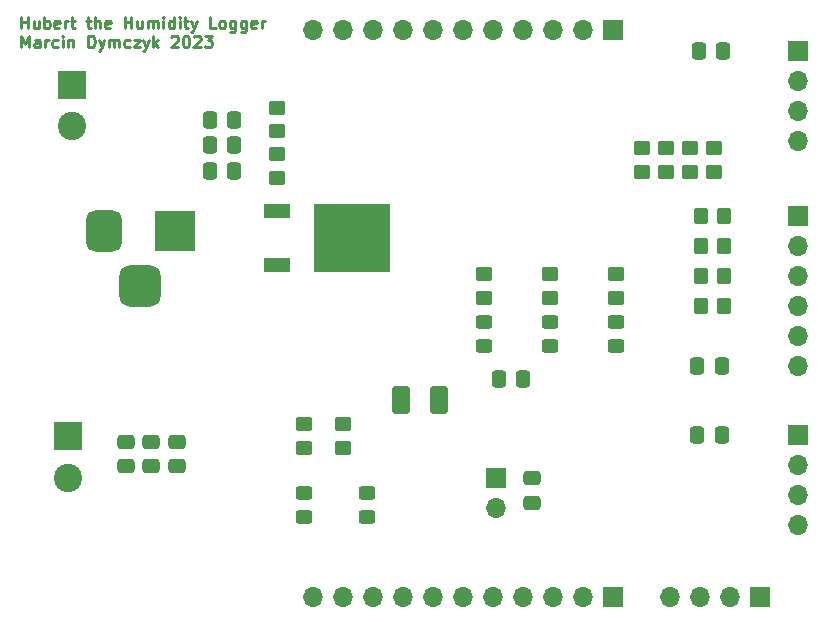
<source format=gts>
%TF.GenerationSoftware,KiCad,Pcbnew,(6.0.9-0)*%
%TF.CreationDate,2023-01-06T11:38:35+01:00*%
%TF.ProjectId,HumidityLoggerBreakout,48756d69-6469-4747-994c-6f6767657242,rev?*%
%TF.SameCoordinates,Original*%
%TF.FileFunction,Soldermask,Top*%
%TF.FilePolarity,Negative*%
%FSLAX46Y46*%
G04 Gerber Fmt 4.6, Leading zero omitted, Abs format (unit mm)*
G04 Created by KiCad (PCBNEW (6.0.9-0)) date 2023-01-06 11:38:35*
%MOMM*%
%LPD*%
G01*
G04 APERTURE LIST*
G04 Aperture macros list*
%AMRoundRect*
0 Rectangle with rounded corners*
0 $1 Rounding radius*
0 $2 $3 $4 $5 $6 $7 $8 $9 X,Y pos of 4 corners*
0 Add a 4 corners polygon primitive as box body*
4,1,4,$2,$3,$4,$5,$6,$7,$8,$9,$2,$3,0*
0 Add four circle primitives for the rounded corners*
1,1,$1+$1,$2,$3*
1,1,$1+$1,$4,$5*
1,1,$1+$1,$6,$7*
1,1,$1+$1,$8,$9*
0 Add four rect primitives between the rounded corners*
20,1,$1+$1,$2,$3,$4,$5,0*
20,1,$1+$1,$4,$5,$6,$7,0*
20,1,$1+$1,$6,$7,$8,$9,0*
20,1,$1+$1,$8,$9,$2,$3,0*%
G04 Aperture macros list end*
%ADD10C,0.250000*%
%ADD11RoundRect,0.250000X0.450000X-0.350000X0.450000X0.350000X-0.450000X0.350000X-0.450000X-0.350000X0*%
%ADD12R,2.400000X2.400000*%
%ADD13C,2.400000*%
%ADD14RoundRect,0.250000X0.337500X0.475000X-0.337500X0.475000X-0.337500X-0.475000X0.337500X-0.475000X0*%
%ADD15RoundRect,0.250000X0.450000X-0.325000X0.450000X0.325000X-0.450000X0.325000X-0.450000X-0.325000X0*%
%ADD16R,1.700000X1.700000*%
%ADD17O,1.700000X1.700000*%
%ADD18R,2.200000X1.200000*%
%ADD19R,6.400000X5.800000*%
%ADD20RoundRect,0.250000X-0.350000X-0.450000X0.350000X-0.450000X0.350000X0.450000X-0.350000X0.450000X0*%
%ADD21RoundRect,0.250001X0.499999X0.924999X-0.499999X0.924999X-0.499999X-0.924999X0.499999X-0.924999X0*%
%ADD22RoundRect,0.250000X-0.337500X-0.475000X0.337500X-0.475000X0.337500X0.475000X-0.337500X0.475000X0*%
%ADD23RoundRect,0.250000X-0.450000X0.350000X-0.450000X-0.350000X0.450000X-0.350000X0.450000X0.350000X0*%
%ADD24RoundRect,0.250000X-0.475000X0.337500X-0.475000X-0.337500X0.475000X-0.337500X0.475000X0.337500X0*%
%ADD25R,3.500000X3.500000*%
%ADD26RoundRect,0.750000X-0.750000X-1.000000X0.750000X-1.000000X0.750000X1.000000X-0.750000X1.000000X0*%
%ADD27RoundRect,0.875000X-0.875000X-0.875000X0.875000X-0.875000X0.875000X0.875000X-0.875000X0.875000X0*%
%ADD28RoundRect,0.250000X-0.450000X0.325000X-0.450000X-0.325000X0.450000X-0.325000X0.450000X0.325000X0*%
G04 APERTURE END LIST*
D10*
X91078595Y-51844380D02*
X91078595Y-50844380D01*
X91078595Y-51320571D02*
X91650023Y-51320571D01*
X91650023Y-51844380D02*
X91650023Y-50844380D01*
X92554785Y-51177714D02*
X92554785Y-51844380D01*
X92126214Y-51177714D02*
X92126214Y-51701523D01*
X92173833Y-51796761D01*
X92269071Y-51844380D01*
X92411928Y-51844380D01*
X92507166Y-51796761D01*
X92554785Y-51749142D01*
X93030976Y-51844380D02*
X93030976Y-50844380D01*
X93030976Y-51225333D02*
X93126214Y-51177714D01*
X93316690Y-51177714D01*
X93411928Y-51225333D01*
X93459547Y-51272952D01*
X93507166Y-51368190D01*
X93507166Y-51653904D01*
X93459547Y-51749142D01*
X93411928Y-51796761D01*
X93316690Y-51844380D01*
X93126214Y-51844380D01*
X93030976Y-51796761D01*
X94316690Y-51796761D02*
X94221452Y-51844380D01*
X94030976Y-51844380D01*
X93935738Y-51796761D01*
X93888119Y-51701523D01*
X93888119Y-51320571D01*
X93935738Y-51225333D01*
X94030976Y-51177714D01*
X94221452Y-51177714D01*
X94316690Y-51225333D01*
X94364309Y-51320571D01*
X94364309Y-51415809D01*
X93888119Y-51511047D01*
X94792880Y-51844380D02*
X94792880Y-51177714D01*
X94792880Y-51368190D02*
X94840500Y-51272952D01*
X94888119Y-51225333D01*
X94983357Y-51177714D01*
X95078595Y-51177714D01*
X95269071Y-51177714D02*
X95650023Y-51177714D01*
X95411928Y-50844380D02*
X95411928Y-51701523D01*
X95459547Y-51796761D01*
X95554785Y-51844380D01*
X95650023Y-51844380D01*
X96602404Y-51177714D02*
X96983357Y-51177714D01*
X96745261Y-50844380D02*
X96745261Y-51701523D01*
X96792880Y-51796761D01*
X96888119Y-51844380D01*
X96983357Y-51844380D01*
X97316690Y-51844380D02*
X97316690Y-50844380D01*
X97745261Y-51844380D02*
X97745261Y-51320571D01*
X97697642Y-51225333D01*
X97602404Y-51177714D01*
X97459547Y-51177714D01*
X97364309Y-51225333D01*
X97316690Y-51272952D01*
X98602404Y-51796761D02*
X98507166Y-51844380D01*
X98316690Y-51844380D01*
X98221452Y-51796761D01*
X98173833Y-51701523D01*
X98173833Y-51320571D01*
X98221452Y-51225333D01*
X98316690Y-51177714D01*
X98507166Y-51177714D01*
X98602404Y-51225333D01*
X98650023Y-51320571D01*
X98650023Y-51415809D01*
X98173833Y-51511047D01*
X99840500Y-51844380D02*
X99840500Y-50844380D01*
X99840500Y-51320571D02*
X100411928Y-51320571D01*
X100411928Y-51844380D02*
X100411928Y-50844380D01*
X101316690Y-51177714D02*
X101316690Y-51844380D01*
X100888119Y-51177714D02*
X100888119Y-51701523D01*
X100935738Y-51796761D01*
X101030976Y-51844380D01*
X101173833Y-51844380D01*
X101269071Y-51796761D01*
X101316690Y-51749142D01*
X101792880Y-51844380D02*
X101792880Y-51177714D01*
X101792880Y-51272952D02*
X101840500Y-51225333D01*
X101935738Y-51177714D01*
X102078595Y-51177714D01*
X102173833Y-51225333D01*
X102221452Y-51320571D01*
X102221452Y-51844380D01*
X102221452Y-51320571D02*
X102269071Y-51225333D01*
X102364309Y-51177714D01*
X102507166Y-51177714D01*
X102602404Y-51225333D01*
X102650023Y-51320571D01*
X102650023Y-51844380D01*
X103126214Y-51844380D02*
X103126214Y-51177714D01*
X103126214Y-50844380D02*
X103078595Y-50892000D01*
X103126214Y-50939619D01*
X103173833Y-50892000D01*
X103126214Y-50844380D01*
X103126214Y-50939619D01*
X104030976Y-51844380D02*
X104030976Y-50844380D01*
X104030976Y-51796761D02*
X103935738Y-51844380D01*
X103745261Y-51844380D01*
X103650023Y-51796761D01*
X103602404Y-51749142D01*
X103554785Y-51653904D01*
X103554785Y-51368190D01*
X103602404Y-51272952D01*
X103650023Y-51225333D01*
X103745261Y-51177714D01*
X103935738Y-51177714D01*
X104030976Y-51225333D01*
X104507166Y-51844380D02*
X104507166Y-51177714D01*
X104507166Y-50844380D02*
X104459547Y-50892000D01*
X104507166Y-50939619D01*
X104554785Y-50892000D01*
X104507166Y-50844380D01*
X104507166Y-50939619D01*
X104840500Y-51177714D02*
X105221452Y-51177714D01*
X104983357Y-50844380D02*
X104983357Y-51701523D01*
X105030976Y-51796761D01*
X105126214Y-51844380D01*
X105221452Y-51844380D01*
X105459547Y-51177714D02*
X105697642Y-51844380D01*
X105935738Y-51177714D02*
X105697642Y-51844380D01*
X105602404Y-52082476D01*
X105554785Y-52130095D01*
X105459547Y-52177714D01*
X107554785Y-51844380D02*
X107078595Y-51844380D01*
X107078595Y-50844380D01*
X108030976Y-51844380D02*
X107935738Y-51796761D01*
X107888119Y-51749142D01*
X107840500Y-51653904D01*
X107840500Y-51368190D01*
X107888119Y-51272952D01*
X107935738Y-51225333D01*
X108030976Y-51177714D01*
X108173833Y-51177714D01*
X108269071Y-51225333D01*
X108316690Y-51272952D01*
X108364309Y-51368190D01*
X108364309Y-51653904D01*
X108316690Y-51749142D01*
X108269071Y-51796761D01*
X108173833Y-51844380D01*
X108030976Y-51844380D01*
X109221452Y-51177714D02*
X109221452Y-51987238D01*
X109173833Y-52082476D01*
X109126214Y-52130095D01*
X109030976Y-52177714D01*
X108888119Y-52177714D01*
X108792880Y-52130095D01*
X109221452Y-51796761D02*
X109126214Y-51844380D01*
X108935738Y-51844380D01*
X108840500Y-51796761D01*
X108792880Y-51749142D01*
X108745261Y-51653904D01*
X108745261Y-51368190D01*
X108792880Y-51272952D01*
X108840500Y-51225333D01*
X108935738Y-51177714D01*
X109126214Y-51177714D01*
X109221452Y-51225333D01*
X110126214Y-51177714D02*
X110126214Y-51987238D01*
X110078595Y-52082476D01*
X110030976Y-52130095D01*
X109935738Y-52177714D01*
X109792880Y-52177714D01*
X109697642Y-52130095D01*
X110126214Y-51796761D02*
X110030976Y-51844380D01*
X109840500Y-51844380D01*
X109745261Y-51796761D01*
X109697642Y-51749142D01*
X109650023Y-51653904D01*
X109650023Y-51368190D01*
X109697642Y-51272952D01*
X109745261Y-51225333D01*
X109840500Y-51177714D01*
X110030976Y-51177714D01*
X110126214Y-51225333D01*
X110983357Y-51796761D02*
X110888119Y-51844380D01*
X110697642Y-51844380D01*
X110602404Y-51796761D01*
X110554785Y-51701523D01*
X110554785Y-51320571D01*
X110602404Y-51225333D01*
X110697642Y-51177714D01*
X110888119Y-51177714D01*
X110983357Y-51225333D01*
X111030976Y-51320571D01*
X111030976Y-51415809D01*
X110554785Y-51511047D01*
X111459547Y-51844380D02*
X111459547Y-51177714D01*
X111459547Y-51368190D02*
X111507166Y-51272952D01*
X111554785Y-51225333D01*
X111650023Y-51177714D01*
X111745261Y-51177714D01*
X91078595Y-53454380D02*
X91078595Y-52454380D01*
X91411928Y-53168666D01*
X91745261Y-52454380D01*
X91745261Y-53454380D01*
X92650023Y-53454380D02*
X92650023Y-52930571D01*
X92602404Y-52835333D01*
X92507166Y-52787714D01*
X92316690Y-52787714D01*
X92221452Y-52835333D01*
X92650023Y-53406761D02*
X92554785Y-53454380D01*
X92316690Y-53454380D01*
X92221452Y-53406761D01*
X92173833Y-53311523D01*
X92173833Y-53216285D01*
X92221452Y-53121047D01*
X92316690Y-53073428D01*
X92554785Y-53073428D01*
X92650023Y-53025809D01*
X93126214Y-53454380D02*
X93126214Y-52787714D01*
X93126214Y-52978190D02*
X93173833Y-52882952D01*
X93221452Y-52835333D01*
X93316690Y-52787714D01*
X93411928Y-52787714D01*
X94173833Y-53406761D02*
X94078595Y-53454380D01*
X93888119Y-53454380D01*
X93792880Y-53406761D01*
X93745261Y-53359142D01*
X93697642Y-53263904D01*
X93697642Y-52978190D01*
X93745261Y-52882952D01*
X93792880Y-52835333D01*
X93888119Y-52787714D01*
X94078595Y-52787714D01*
X94173833Y-52835333D01*
X94602404Y-53454380D02*
X94602404Y-52787714D01*
X94602404Y-52454380D02*
X94554785Y-52502000D01*
X94602404Y-52549619D01*
X94650023Y-52502000D01*
X94602404Y-52454380D01*
X94602404Y-52549619D01*
X95078595Y-52787714D02*
X95078595Y-53454380D01*
X95078595Y-52882952D02*
X95126214Y-52835333D01*
X95221452Y-52787714D01*
X95364309Y-52787714D01*
X95459547Y-52835333D01*
X95507166Y-52930571D01*
X95507166Y-53454380D01*
X96745261Y-53454380D02*
X96745261Y-52454380D01*
X96983357Y-52454380D01*
X97126214Y-52502000D01*
X97221452Y-52597238D01*
X97269071Y-52692476D01*
X97316690Y-52882952D01*
X97316690Y-53025809D01*
X97269071Y-53216285D01*
X97221452Y-53311523D01*
X97126214Y-53406761D01*
X96983357Y-53454380D01*
X96745261Y-53454380D01*
X97650023Y-52787714D02*
X97888119Y-53454380D01*
X98126214Y-52787714D02*
X97888119Y-53454380D01*
X97792880Y-53692476D01*
X97745261Y-53740095D01*
X97650023Y-53787714D01*
X98507166Y-53454380D02*
X98507166Y-52787714D01*
X98507166Y-52882952D02*
X98554785Y-52835333D01*
X98650023Y-52787714D01*
X98792880Y-52787714D01*
X98888119Y-52835333D01*
X98935738Y-52930571D01*
X98935738Y-53454380D01*
X98935738Y-52930571D02*
X98983357Y-52835333D01*
X99078595Y-52787714D01*
X99221452Y-52787714D01*
X99316690Y-52835333D01*
X99364309Y-52930571D01*
X99364309Y-53454380D01*
X100269071Y-53406761D02*
X100173833Y-53454380D01*
X99983357Y-53454380D01*
X99888119Y-53406761D01*
X99840500Y-53359142D01*
X99792880Y-53263904D01*
X99792880Y-52978190D01*
X99840500Y-52882952D01*
X99888119Y-52835333D01*
X99983357Y-52787714D01*
X100173833Y-52787714D01*
X100269071Y-52835333D01*
X100602404Y-52787714D02*
X101126214Y-52787714D01*
X100602404Y-53454380D01*
X101126214Y-53454380D01*
X101411928Y-52787714D02*
X101650023Y-53454380D01*
X101888119Y-52787714D02*
X101650023Y-53454380D01*
X101554785Y-53692476D01*
X101507166Y-53740095D01*
X101411928Y-53787714D01*
X102269071Y-53454380D02*
X102269071Y-52454380D01*
X102364309Y-53073428D02*
X102650023Y-53454380D01*
X102650023Y-52787714D02*
X102269071Y-53168666D01*
X103792880Y-52549619D02*
X103840500Y-52502000D01*
X103935738Y-52454380D01*
X104173833Y-52454380D01*
X104269071Y-52502000D01*
X104316690Y-52549619D01*
X104364309Y-52644857D01*
X104364309Y-52740095D01*
X104316690Y-52882952D01*
X103745261Y-53454380D01*
X104364309Y-53454380D01*
X104983357Y-52454380D02*
X105078595Y-52454380D01*
X105173833Y-52502000D01*
X105221452Y-52549619D01*
X105269071Y-52644857D01*
X105316690Y-52835333D01*
X105316690Y-53073428D01*
X105269071Y-53263904D01*
X105221452Y-53359142D01*
X105173833Y-53406761D01*
X105078595Y-53454380D01*
X104983357Y-53454380D01*
X104888119Y-53406761D01*
X104840500Y-53359142D01*
X104792880Y-53263904D01*
X104745261Y-53073428D01*
X104745261Y-52835333D01*
X104792880Y-52644857D01*
X104840500Y-52549619D01*
X104888119Y-52502000D01*
X104983357Y-52454380D01*
X105697642Y-52549619D02*
X105745261Y-52502000D01*
X105840500Y-52454380D01*
X106078595Y-52454380D01*
X106173833Y-52502000D01*
X106221452Y-52549619D01*
X106269071Y-52644857D01*
X106269071Y-52740095D01*
X106221452Y-52882952D01*
X105650023Y-53454380D01*
X106269071Y-53454380D01*
X106602404Y-52454380D02*
X107221452Y-52454380D01*
X106888119Y-52835333D01*
X107030976Y-52835333D01*
X107126214Y-52882952D01*
X107173833Y-52930571D01*
X107221452Y-53025809D01*
X107221452Y-53263904D01*
X107173833Y-53359142D01*
X107126214Y-53406761D01*
X107030976Y-53454380D01*
X106745261Y-53454380D01*
X106650023Y-53406761D01*
X106602404Y-53359142D01*
D11*
%TO.C,R12*%
X135890000Y-74660000D03*
X135890000Y-72660000D03*
%TD*%
%TO.C,R10*%
X141478000Y-74660000D03*
X141478000Y-72660000D03*
%TD*%
D12*
%TO.C,J2*%
X95377000Y-56642000D03*
D13*
X95377000Y-60142000D03*
%TD*%
D14*
%TO.C,C7*%
X150516500Y-53721000D03*
X148441500Y-53721000D03*
%TD*%
D15*
%TO.C,D3*%
X115062000Y-93227000D03*
X115062000Y-91177000D03*
%TD*%
D16*
%TO.C,J3*%
X156845000Y-67691000D03*
D17*
X156845000Y-70231000D03*
X156845000Y-72771000D03*
X156845000Y-75311000D03*
X156845000Y-77851000D03*
X156845000Y-80391000D03*
%TD*%
D16*
%TO.C,J6*%
X141150000Y-100000000D03*
D17*
X138610000Y-100000000D03*
X136070000Y-100000000D03*
X133530000Y-100000000D03*
X130990000Y-100000000D03*
X128450000Y-100000000D03*
X125910000Y-100000000D03*
X123370000Y-100000000D03*
X120830000Y-100000000D03*
X118290000Y-100000000D03*
X115750000Y-100000000D03*
%TD*%
D18*
%TO.C,U1*%
X112767000Y-67316000D03*
D19*
X119067000Y-69596000D03*
D18*
X112767000Y-71876000D03*
%TD*%
D20*
%TO.C,R8*%
X148622000Y-75311000D03*
X150622000Y-75311000D03*
%TD*%
D16*
%TO.C,J9*%
X156845000Y-86233000D03*
D17*
X156845000Y-88773000D03*
X156845000Y-91313000D03*
X156845000Y-93853000D03*
%TD*%
D16*
%TO.C,J7*%
X141150000Y-52000000D03*
D17*
X138610000Y-52000000D03*
X136070000Y-52000000D03*
X133530000Y-52000000D03*
X130990000Y-52000000D03*
X128450000Y-52000000D03*
X125910000Y-52000000D03*
X123370000Y-52000000D03*
X120830000Y-52000000D03*
X118290000Y-52000000D03*
X115750000Y-52000000D03*
%TD*%
D16*
%TO.C,J4*%
X156845000Y-53721000D03*
D17*
X156845000Y-56261000D03*
X156845000Y-58801000D03*
X156845000Y-61341000D03*
%TD*%
D21*
%TO.C,C5*%
X126492000Y-83312000D03*
X123242000Y-83312000D03*
%TD*%
D22*
%TO.C,C3*%
X107039500Y-63881000D03*
X109114500Y-63881000D03*
%TD*%
D16*
%TO.C,J5*%
X131318000Y-89911000D03*
D17*
X131318000Y-92451000D03*
%TD*%
D23*
%TO.C,R4*%
X143637000Y-61992000D03*
X143637000Y-63992000D03*
%TD*%
D24*
%TO.C,C10*%
X104267000Y-86846500D03*
X104267000Y-88921500D03*
%TD*%
D25*
%TO.C,J1*%
X104100000Y-68960000D03*
D26*
X98100000Y-68960000D03*
D27*
X101100000Y-73660000D03*
%TD*%
D24*
%TO.C,C12*%
X99949000Y-86846500D03*
X99949000Y-88921500D03*
%TD*%
D23*
%TO.C,R14*%
X118364000Y-85360000D03*
X118364000Y-87360000D03*
%TD*%
%TO.C,R13*%
X115062000Y-85376000D03*
X115062000Y-87376000D03*
%TD*%
%TO.C,R1*%
X149733000Y-61976000D03*
X149733000Y-63976000D03*
%TD*%
D11*
%TO.C,R11*%
X112776000Y-64500000D03*
X112776000Y-62500000D03*
%TD*%
D22*
%TO.C,C2*%
X107039500Y-59563000D03*
X109114500Y-59563000D03*
%TD*%
D28*
%TO.C,D1*%
X141478000Y-76699000D03*
X141478000Y-78749000D03*
%TD*%
D16*
%TO.C,J8*%
X153600000Y-100000000D03*
D17*
X151060000Y-100000000D03*
X148520000Y-100000000D03*
X145980000Y-100000000D03*
%TD*%
D20*
%TO.C,R6*%
X148622000Y-70231000D03*
X150622000Y-70231000D03*
%TD*%
%TO.C,R5*%
X148606000Y-67691000D03*
X150606000Y-67691000D03*
%TD*%
D11*
%TO.C,R15*%
X130302000Y-74660000D03*
X130302000Y-72660000D03*
%TD*%
D14*
%TO.C,C9*%
X150389500Y-86233000D03*
X148314500Y-86233000D03*
%TD*%
D23*
%TO.C,R3*%
X145669000Y-61992000D03*
X145669000Y-63992000D03*
%TD*%
D28*
%TO.C,D2*%
X135890000Y-76699000D03*
X135890000Y-78749000D03*
%TD*%
D22*
%TO.C,C4*%
X131529000Y-81534000D03*
X133604000Y-81534000D03*
%TD*%
%TO.C,C1*%
X107039500Y-61722000D03*
X109114500Y-61722000D03*
%TD*%
D14*
%TO.C,C6*%
X150389500Y-80391000D03*
X148314500Y-80391000D03*
%TD*%
D20*
%TO.C,R7*%
X148606000Y-72771000D03*
X150606000Y-72771000D03*
%TD*%
D28*
%TO.C,D5*%
X130302000Y-76699000D03*
X130302000Y-78749000D03*
%TD*%
D15*
%TO.C,D4*%
X120396000Y-93227000D03*
X120396000Y-91177000D03*
%TD*%
D12*
%TO.C,J10*%
X95061000Y-86388000D03*
D13*
X95061000Y-89888000D03*
%TD*%
D23*
%TO.C,R9*%
X112776000Y-58563000D03*
X112776000Y-60563000D03*
%TD*%
%TO.C,R2*%
X147701000Y-61992000D03*
X147701000Y-63992000D03*
%TD*%
D24*
%TO.C,C11*%
X102108000Y-86846500D03*
X102108000Y-88921500D03*
%TD*%
%TO.C,C8*%
X134366000Y-89916000D03*
X134366000Y-91991000D03*
%TD*%
M02*

</source>
